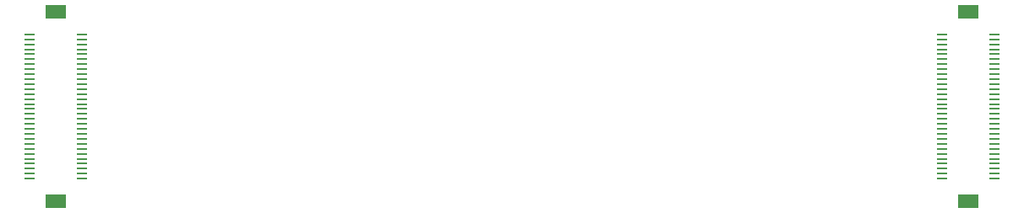
<source format=gtp>
G04 #@! TF.FileFunction,Paste,Top*
%FSLAX46Y46*%
G04 Gerber Fmt 4.6, Leading zero omitted, Abs format (unit mm)*
G04 Created by KiCad (PCBNEW (2015-04-19 BZR 5613)-product) date 6/23/2015 7:30:16 PM*
%MOMM*%
G01*
G04 APERTURE LIST*
%ADD10C,0.100000*%
%ADD11R,2.100000X1.400000*%
%ADD12R,1.000000X0.250000*%
G04 APERTURE END LIST*
D10*
D11*
X185420000Y-117450000D03*
D12*
X182770000Y-100700000D03*
X182770000Y-101200000D03*
X182770000Y-101700000D03*
X182770000Y-102200000D03*
X182770000Y-102700000D03*
X182770000Y-103200000D03*
X182770000Y-103700000D03*
X182770000Y-104200000D03*
X182770000Y-104700000D03*
X182770000Y-105200000D03*
X182770000Y-105700000D03*
X182770000Y-106200000D03*
X182770000Y-106700000D03*
X182770000Y-107200000D03*
X182770000Y-107700000D03*
X182770000Y-108200000D03*
X182770000Y-108700000D03*
X182770000Y-109200000D03*
X182770000Y-109700000D03*
X182770000Y-110200000D03*
X182770000Y-110700000D03*
X182770000Y-111200000D03*
X182770000Y-111700000D03*
X182770000Y-112200000D03*
X182770000Y-112700000D03*
X182770000Y-113200000D03*
X182770000Y-113700000D03*
X182770000Y-114200000D03*
X182770000Y-114700000D03*
X182770000Y-115200000D03*
X188070000Y-100700000D03*
X188070000Y-101200000D03*
X188070000Y-101700000D03*
X188070000Y-102200000D03*
X188070000Y-102700000D03*
X188070000Y-103200000D03*
X188070000Y-103700000D03*
X188070000Y-104200000D03*
X188070000Y-104700000D03*
X188070000Y-105200000D03*
X188070000Y-105700000D03*
X188070000Y-106200000D03*
X188070000Y-106700000D03*
X188070000Y-107200000D03*
X188070000Y-107700000D03*
X188070000Y-108200000D03*
X188070000Y-108700000D03*
X188070000Y-109200000D03*
X188070000Y-109700000D03*
X188070000Y-110200000D03*
X188070000Y-110700000D03*
X188070000Y-111200000D03*
X188070000Y-111700000D03*
X188070000Y-112200000D03*
X188070000Y-112700000D03*
X188070000Y-113200000D03*
X188070000Y-113700000D03*
X188070000Y-114200000D03*
X188070000Y-114700000D03*
X188070000Y-115200000D03*
D11*
X185420000Y-98450000D03*
X93980000Y-117450000D03*
D12*
X91330000Y-100700000D03*
X91330000Y-101200000D03*
X91330000Y-101700000D03*
X91330000Y-102200000D03*
X91330000Y-102700000D03*
X91330000Y-103200000D03*
X91330000Y-103700000D03*
X91330000Y-104200000D03*
X91330000Y-104700000D03*
X91330000Y-105200000D03*
X91330000Y-105700000D03*
X91330000Y-106200000D03*
X91330000Y-106700000D03*
X91330000Y-107200000D03*
X91330000Y-107700000D03*
X91330000Y-108200000D03*
X91330000Y-108700000D03*
X91330000Y-109200000D03*
X91330000Y-109700000D03*
X91330000Y-110200000D03*
X91330000Y-110700000D03*
X91330000Y-111200000D03*
X91330000Y-111700000D03*
X91330000Y-112200000D03*
X91330000Y-112700000D03*
X91330000Y-113200000D03*
X91330000Y-113700000D03*
X91330000Y-114200000D03*
X91330000Y-114700000D03*
X91330000Y-115200000D03*
X96630000Y-100700000D03*
X96630000Y-101200000D03*
X96630000Y-101700000D03*
X96630000Y-102200000D03*
X96630000Y-102700000D03*
X96630000Y-103200000D03*
X96630000Y-103700000D03*
X96630000Y-104200000D03*
X96630000Y-104700000D03*
X96630000Y-105200000D03*
X96630000Y-105700000D03*
X96630000Y-106200000D03*
X96630000Y-106700000D03*
X96630000Y-107200000D03*
X96630000Y-107700000D03*
X96630000Y-108200000D03*
X96630000Y-108700000D03*
X96630000Y-109200000D03*
X96630000Y-109700000D03*
X96630000Y-110200000D03*
X96630000Y-110700000D03*
X96630000Y-111200000D03*
X96630000Y-111700000D03*
X96630000Y-112200000D03*
X96630000Y-112700000D03*
X96630000Y-113200000D03*
X96630000Y-113700000D03*
X96630000Y-114200000D03*
X96630000Y-114700000D03*
X96630000Y-115200000D03*
D11*
X93980000Y-98450000D03*
M02*

</source>
